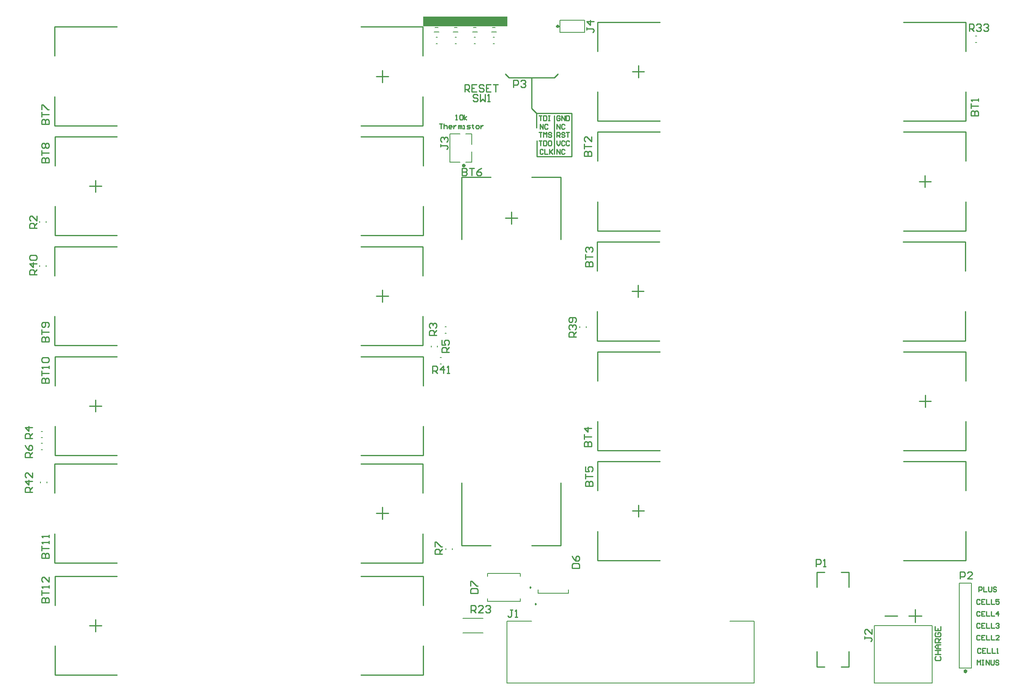
<source format=gto>
%FSTAX23Y23*%
%MOIN*%
%SFA1B1*%

%IPPOS*%
%ADD10C,0.015000*%
%ADD11C,0.009840*%
%ADD12C,0.015750*%
%ADD13C,0.010000*%
%ADD14C,0.007870*%
%ADD15C,0.005910*%
%ADD16R,0.691930X0.078740*%
%LNpcb1-1*%
%LPD*%
G54D10*
X03747Y04265D02*
X03742Y04272D01*
X03734Y0427*
Y04261*
X03742Y04258*
X03747Y04265*
G54D11*
X04296Y00787D02*
X04289Y00791D01*
Y00783*
X04296Y00787*
X04338Y0065D02*
X0433Y00654D01*
Y00646*
X04338Y0065*
X03021Y05D02*
X0312D01*
X0307Y0495D02*
Y05049D01*
X02893Y04592D02*
X03405D01*
X00372D02*
X00885D01*
X00372D02*
Y04832D01*
X03405Y04592D02*
Y04832D01*
X02893Y05407D02*
X03405D01*
X00372D02*
X00885D01*
X00372Y05167D02*
Y05407D01*
X03405Y05167D02*
Y05407D01*
X00659Y04094D02*
X00757D01*
X00708Y04045D02*
Y04143D01*
X00374Y04501D02*
X00885D01*
X02893D02*
X03407D01*
Y04261D02*
Y04501D01*
X00374Y04261D02*
Y04501D01*
Y03687D02*
X00885D01*
X02893D02*
X03407D01*
Y03927*
X00374Y03687D02*
Y03927D01*
X00659Y00472D02*
X00757D01*
X00708Y00423D02*
Y00521D01*
X00374Y00879D02*
X00885D01*
X02893D02*
X03407D01*
Y00639D02*
Y00879D01*
X00374Y00639D02*
Y00879D01*
Y00064D02*
X00885D01*
X02893D02*
X03407D01*
Y00305*
X00374Y00064D02*
Y00305D01*
X05131Y05039D02*
X05229D01*
X0518Y0499D02*
Y05088D01*
X04845Y05446D02*
X05357D01*
X07365D02*
X07879D01*
Y05206D02*
Y05446D01*
X04845Y05206D02*
Y05446D01*
Y04631D02*
X05357D01*
X07365D02*
X07879D01*
Y04872*
X04845Y04631D02*
Y04872D01*
X04133Y03783D02*
Y03881D01*
X04084Y03832D02*
X04183D01*
X04541Y03655D02*
Y04167D01*
Y01133D02*
Y01647D01*
X04301Y01133D02*
X04541D01*
X04301Y04167D02*
X04541D01*
X03726Y03655D02*
Y04167D01*
Y01133D02*
Y01647D01*
Y01133D02*
X03966D01*
X03726Y04167D02*
X03966D01*
X07877Y0249D02*
Y0273D01*
X04844Y0249D02*
Y0273D01*
X05358*
X07366D02*
X07877D01*
Y01915D02*
Y02155D01*
X04844Y01915D02*
Y02155D01*
Y01915D02*
X05358D01*
X07366D02*
X07877D01*
X07543Y02273D02*
Y02372D01*
X07494Y02322D02*
X07592D01*
X03405Y01565D02*
Y01805D01*
X00372Y01565D02*
Y01805D01*
X00885*
X02893D02*
X03405D01*
Y0099D02*
Y0123D01*
X00372Y0099D02*
Y0123D01*
Y0099D02*
X00885D01*
X02893D02*
X03405D01*
X0307Y01348D02*
Y01447D01*
X03021Y01397D02*
X0312D01*
X00659Y02283D02*
X00757D01*
X00708Y02234D02*
Y02332D01*
X00374Y0269D02*
X00885D01*
X02893D02*
X03407D01*
Y0245D02*
Y0269D01*
X00374Y0245D02*
Y0269D01*
Y01875D02*
X00885D01*
X02893D02*
X03407D01*
Y02116*
X00374Y01875D02*
Y02116D01*
X04845Y01009D02*
Y0125D01*
X07879Y01009D02*
Y0125D01*
X07365Y01009D02*
X07879D01*
X04845D02*
X05357D01*
X04845Y01584D02*
Y01824D01*
X07879Y01584D02*
Y01824D01*
X07365D02*
X07879D01*
X04845D02*
X05357D01*
X0518Y01368D02*
Y01466D01*
X05131Y01417D02*
X05229D01*
X05127Y03228D02*
X05226D01*
X05177Y03179D02*
Y03277D01*
X04842Y03635D02*
X05354D01*
X07362D02*
X07875D01*
Y03395D02*
Y03635D01*
X04842Y03395D02*
Y03635D01*
Y0282D02*
X05354D01*
X07362D02*
X07875D01*
Y03061*
X04842Y0282D02*
Y03061D01*
X07493Y04133D02*
X07591D01*
X07542Y04084D02*
Y04183D01*
X07365Y03726D02*
X07877D01*
X04843D02*
X05357D01*
X04843D02*
Y03966D01*
X07877Y03726D02*
Y03966D01*
X07365Y04541D02*
X07877D01*
X04843D02*
X05357D01*
X04843Y04301D02*
Y04541D01*
X07877Y04301D02*
Y04541D01*
X03021Y03188D02*
X0312D01*
X0307Y03139D02*
Y03238D01*
X02893Y02781D02*
X03405D01*
X00372D02*
X00885D01*
X00372D02*
Y03021D01*
X03405Y02781D02*
Y03021D01*
X02893Y03596D02*
X03405D01*
X00372D02*
X00885D01*
X00372Y03356D02*
Y03596D01*
X03405Y03356D02*
Y03596D01*
G54D12*
X0452Y05413D02*
X04514Y05419D01*
X04509Y05413*
X04514Y05407*
X0452Y05413*
X07881Y00097D02*
X07876Y00105D01*
X07867Y00102*
Y00093*
X07876Y0009*
X07881Y00097*
G54D13*
X04301Y04734D02*
X0434Y04694D01*
X04488Y0499D02*
X04517Y05019D01*
X04301Y04734D02*
Y0499D01*
X04488*
X04114D02*
X04301D01*
X04084Y05019D02*
X04114Y0499D01*
X04342Y04694D02*
X04631D01*
Y04339D02*
Y04694D01*
X04344Y04339D02*
X04631D01*
X04342Y04574D02*
Y04694D01*
X04344Y04339D02*
Y04469D01*
X04488Y04359D02*
Y04676D01*
X06651Y00787D02*
Y00912D01*
X06716*
X0685D02*
X06916D01*
Y00787D02*
Y00912D01*
Y00132D02*
Y00257D01*
X0685Y00132D02*
X06916D01*
X06651D02*
X06716D01*
X06651D02*
Y00257D01*
X0375Y04872D02*
Y04931D01*
X03779*
X03789Y04921*
Y04901*
X03779Y04891*
X0375*
X03769D02*
X03789Y04872D01*
X03848Y04931D02*
X03809D01*
Y04872*
X03848*
X03809Y04901D02*
X03828D01*
X03907Y04921D02*
X03897Y04931D01*
X03877*
X03868Y04921*
Y04911*
X03877Y04901*
X03897*
X03907Y04891*
Y04881*
X03897Y04872*
X03877*
X03868Y04881*
X03966Y04931D02*
X03927D01*
Y04872*
X03966*
X03927Y04901D02*
X03946D01*
X03986Y04931D02*
X04025D01*
X04005*
Y04872*
X07985Y00753D02*
Y00792D01*
X08005*
X08011Y00786*
Y00772*
X08005Y00766*
X07985*
X08024Y00792D02*
Y00753D01*
X08051*
X08064Y00792D02*
Y00759D01*
X0807Y00753*
X08083*
X0809Y00759*
Y00792*
X08129Y00786D02*
X08123Y00792D01*
X0811*
X08103Y00786*
Y00779*
X0811Y00772*
X08123*
X08129Y00766*
Y00759*
X08123Y00753*
X0811*
X08103Y00759*
X07513Y00552D02*
X07408D01*
X0746Y005D02*
Y00605D01*
X07995Y00583D02*
X07988Y0059D01*
X07975*
X07969Y00583*
Y00557*
X07975Y00551*
X07988*
X07995Y00557*
X08034Y0059D02*
X08008D01*
Y00551*
X08034*
X08008Y0057D02*
X08021D01*
X08047Y0059D02*
Y00551D01*
X08074*
X08087Y0059D02*
Y00551D01*
X08113*
X08146D02*
Y0059D01*
X08126Y0057*
X08152*
X07631Y00218D02*
X07623Y0021D01*
Y00193*
X07631Y00185*
X07664*
X07672Y00193*
Y0021*
X07664Y00218*
X07623Y00234D02*
X07672D01*
X07647*
Y00267*
X07623*
X07672*
Y00283D02*
X07639D01*
X07623Y003*
X07639Y00316*
X07672*
X07647*
Y00283*
X07672Y00333D02*
X07623D01*
Y00357*
X07631Y00365*
X07647*
X07655Y00357*
Y00333*
Y00349D02*
X07672Y00365D01*
X07631Y00415D02*
X07623Y00406D01*
Y0039*
X07631Y00382*
X07664*
X07672Y0039*
Y00406*
X07664Y00415*
X07647*
Y00398*
X07623Y00464D02*
Y00431D01*
X07672*
Y00464*
X07647Y00431D02*
Y00447D01*
X07316Y00551D02*
X07211D01*
X03674Y04641D02*
X03687D01*
X03681*
Y04681*
X03674Y04674*
X03707D02*
X03713Y04681D01*
X03727*
X03733Y04674*
Y04648*
X03727Y04641*
X03713*
X03707Y04648*
Y04674*
X03746Y04641D02*
Y04681D01*
Y04655D02*
X03766Y04668D01*
X03746Y04655D02*
X03766Y04641D01*
X0354Y0461D02*
X03566D01*
X03553*
Y0457*
X03579Y0461D02*
Y0457D01*
Y0459*
X03586Y04596*
X03599*
X03605Y0459*
Y0457*
X03638D02*
X03625D01*
X03618Y04577*
Y0459*
X03625Y04596*
X03638*
X03645Y0459*
Y04583*
X03618*
X03658Y04596D02*
Y0457D01*
Y04583*
X03664Y0459*
X03671Y04596*
X03677*
X03697Y0457D02*
Y04596D01*
X03704*
X0371Y0459*
Y0457*
Y0459*
X03717Y04596*
X03723Y0459*
Y0457*
X03736D02*
X03749D01*
X03743*
Y04596*
X03736*
X03769Y0457D02*
X03789D01*
X03795Y04577*
X03789Y04583*
X03776*
X03769Y0459*
X03776Y04596*
X03795*
X03815Y04603D02*
Y04596D01*
X03809*
X03822*
X03815*
Y04577*
X03822Y0457*
X03848D02*
X03861D01*
X03868Y04577*
Y0459*
X03861Y04596*
X03848*
X03841Y0459*
Y04577*
X03848Y0457*
X03881Y04596D02*
Y0457D01*
Y04583*
X03887Y0459*
X03894Y04596*
X039*
X08001Y00278D02*
X07995Y00285D01*
X07982*
X07975Y00278*
Y00252*
X07982Y00246*
X07995*
X08001Y00252*
X08041Y00285D02*
X08015D01*
Y00246*
X08041*
X08015Y00265D02*
X08028D01*
X08054Y00285D02*
Y00246D01*
X0808*
X08093Y00285D02*
Y00246D01*
X0812*
X08133D02*
X08146D01*
X08139*
Y00285*
X08133Y00278*
X07972Y00147D02*
Y00187D01*
X07985Y00173*
X07998Y00187*
Y00147*
X08011Y00187D02*
X08024D01*
X08018*
Y00147*
X08011*
X08024*
X08044D02*
Y00187D01*
X0807Y00147*
Y00187*
X08083D02*
Y00154D01*
X0809Y00147*
X08103*
X0811Y00154*
Y00187*
X08149Y0018D02*
X08143Y00187D01*
X08129*
X08123Y0018*
Y00173*
X08129Y00167*
X08143*
X08149Y0016*
Y00154*
X08143Y00147*
X08129*
X08123Y00154*
X07995Y00682D02*
X07988Y00688D01*
X07975*
X07969Y00682*
Y00656*
X07975Y00649*
X07988*
X07995Y00656*
X08034Y00688D02*
X08008D01*
Y00649*
X08034*
X08008Y00669D02*
X08021D01*
X08047Y00688D02*
Y00649D01*
X08074*
X08087Y00688D02*
Y00649D01*
X08113*
X08152Y00688D02*
X08126D01*
Y00669*
X08139Y00675*
X08146*
X08152Y00669*
Y00656*
X08146Y00649*
X08133*
X08126Y00656*
X07995Y00387D02*
X07988Y00393D01*
X07975*
X07969Y00387*
Y0036*
X07975Y00354*
X07988*
X07995Y0036*
X08034Y00393D02*
X08008D01*
Y00354*
X08034*
X08008Y00374D02*
X08021D01*
X08047Y00393D02*
Y00354D01*
X08074*
X08087Y00393D02*
Y00354D01*
X08113*
X08152D02*
X08126D01*
X08152Y0038*
Y00387*
X08146Y00393*
X08133*
X08126Y00387*
X07995Y00485D02*
X07988Y00492D01*
X07975*
X07969Y00485*
Y00459*
X07975Y00452*
X07988*
X07995Y00459*
X08034Y00492D02*
X08008D01*
Y00452*
X08034*
X08008Y00472D02*
X08021D01*
X08047Y00492D02*
Y00452D01*
X08074*
X08087Y00492D02*
Y00452D01*
X08113*
X08126Y00485D02*
X08133Y00492D01*
X08146*
X08152Y00485*
Y00479*
X08146Y00472*
X08139*
X08146*
X08152Y00465*
Y00459*
X08146Y00452*
X08133*
X08126Y00459*
X04507Y0436D02*
Y04399D01*
X04534Y0436*
Y04399*
X04573Y04393D02*
X04566Y04399D01*
X04553*
X04547Y04393*
Y04366*
X04553Y0436*
X04566*
X04573Y04366*
X04507Y04468D02*
Y04442D01*
X0452Y04429*
X04534Y04442*
Y04468*
X04573Y04461D02*
X04566Y04468D01*
X04553*
X04547Y04461*
Y04435*
X04553Y04429*
X04566*
X04573Y04435*
X04612Y04461D02*
X04606Y04468D01*
X04593*
X04586Y04461*
Y04435*
X04593Y04429*
X04606*
X04612Y04435*
X04507Y04498D02*
Y04537D01*
X04527*
X04534Y0453*
Y04517*
X04527Y04511*
X04507*
X0452D02*
X04534Y04498D01*
X04573Y0453D02*
X04566Y04537D01*
X04553*
X04547Y0453*
Y04524*
X04553Y04517*
X04566*
X04573Y04511*
Y04504*
X04566Y04498*
X04553*
X04547Y04504*
X04586Y04537D02*
X04612D01*
X04599*
Y04498*
X04507Y04566D02*
Y04606D01*
X04534Y04566*
Y04606*
X04573Y04599D02*
X04566Y04606D01*
X04553*
X04547Y04599*
Y04573*
X04553Y04566*
X04566*
X04573Y04573*
X04534Y04668D02*
X04527Y04675D01*
X04514*
X04507Y04668*
Y04642*
X04514Y04635*
X04527*
X04534Y04642*
Y04655*
X0452*
X04547Y04635D02*
Y04675D01*
X04573Y04635*
Y04675*
X04586D02*
Y04635D01*
X04606*
X04612Y04642*
Y04668*
X04606Y04675*
X04586*
X0436D02*
X04386D01*
X04373*
Y04635*
X04399Y04675D02*
Y04635D01*
X04419*
X04425Y04642*
Y04668*
X04419Y04675*
X04399*
X04438D02*
X04452D01*
X04445*
Y04635*
X04438*
X04452*
X0437Y04566D02*
Y04606D01*
X04396Y04566*
Y04606*
X04435Y04599D02*
X04429Y04606D01*
X04416*
X04409Y04599*
Y04573*
X04416Y04566*
X04429*
X04435Y04573*
X0436Y04537D02*
X04386D01*
X04373*
Y04498*
X04399D02*
Y04537D01*
X04412Y04524*
X04425Y04537*
Y04498*
X04465Y0453D02*
X04458Y04537D01*
X04445*
X04438Y0453*
Y04524*
X04445Y04517*
X04458*
X04465Y04511*
Y04504*
X04458Y04498*
X04445*
X04438Y04504*
X0436Y04468D02*
X04386D01*
X04373*
Y04429*
X04399Y04468D02*
Y04429D01*
X04419*
X04425Y04435*
Y04461*
X04419Y04468*
X04399*
X04458D02*
X04445D01*
X04438Y04461*
Y04435*
X04445Y04429*
X04458*
X04465Y04435*
Y04461*
X04458Y04468*
X04396Y04393D02*
X04389Y04399D01*
X04376*
X0437Y04393*
Y04366*
X04376Y0436*
X04389*
X04396Y04366*
X04409Y04399D02*
Y0436D01*
X04435*
X04448Y04399D02*
Y0436D01*
Y04373*
X04475Y04399*
X04455Y04379*
X04475Y0436*
X00265Y04605D02*
X00325D01*
Y04635*
X00315Y04645*
X00305*
X00295Y04635*
Y04605*
Y04635*
X00285Y04645*
X00275*
X00265Y04635*
Y04605*
Y04665D02*
Y04705D01*
Y04685*
X00325*
X00265Y04725D02*
Y04765D01*
X00275*
X00315Y04725*
X00325*
X00265Y0429D02*
X00325D01*
Y0432*
X00315Y0433*
X00305*
X00295Y0432*
Y0429*
Y0432*
X00285Y0433*
X00275*
X00265Y0432*
Y0429*
Y0435D02*
Y0439D01*
Y0437*
X00325*
X00275Y0441D02*
X00265Y0442D01*
Y0444*
X00275Y0445*
X00285*
X00295Y0444*
X00305Y0445*
X00315*
X00325Y0444*
Y0442*
X00315Y0441*
X00305*
X00295Y0442*
X00285Y0441*
X00275*
X00295Y0442D02*
Y0444D01*
X03857Y04842D02*
X03847Y04852D01*
X03827*
X03817Y04842*
Y04832*
X03827Y04822*
X03847*
X03857Y04812*
Y04802*
X03847Y04792*
X03827*
X03817Y04802*
X03877Y04852D02*
Y04792D01*
X03897Y04812*
X03917Y04792*
Y04852*
X03937Y04792D02*
X03957D01*
X03947*
Y04852*
X03937Y04842*
X00226Y03364D02*
X00166D01*
Y03394*
X00176Y03404*
X00196*
X00206Y03394*
Y03364*
Y03384D02*
X00226Y03404D01*
Y03454D02*
X00166D01*
X00196Y03424*
Y03464*
X00176Y03484D02*
X00166Y03494D01*
Y03514*
X00176Y03524*
X00216*
X00226Y03514*
Y03494*
X00216Y03484*
X00176*
X07907Y05372D02*
Y05431D01*
X07936*
X07946Y05421*
Y05401*
X07936Y05391*
X07907*
X07926D02*
X07946Y05372D01*
X07966Y05421D02*
X07976Y05431D01*
X07996*
X08006Y05421*
Y05411*
X07996Y05401*
X07986*
X07996*
X08006Y05391*
Y05382*
X07996Y05372*
X07976*
X07966Y05382*
X08026Y05421D02*
X08036Y05431D01*
X08056*
X08066Y05421*
Y05411*
X08056Y05401*
X08046*
X08056*
X08066Y05391*
Y05382*
X08056Y05372*
X08036*
X08026Y05382*
X03801Y00578D02*
Y00638D01*
X03831*
X03841Y00628*
Y00608*
X03831Y00598*
X03801*
X03821D02*
X03841Y00578D01*
X03901D02*
X03861D01*
X03901Y00618*
Y00628*
X03891Y00638*
X03871*
X03861Y00628*
X03921D02*
X03931Y00638D01*
X03951*
X03961Y00628*
Y00618*
X03951Y00608*
X03941*
X03951*
X03961Y00598*
Y00588*
X03951Y00578*
X03931*
X03921Y00588*
X03563Y01062D02*
X03503D01*
Y01092*
X03513Y01102*
X03533*
X03543Y01092*
Y01062*
Y01082D02*
X03563Y01102D01*
X03503Y01122D02*
Y01162D01*
X03513*
X03553Y01122*
X03563*
X00187Y01859D02*
X00127D01*
Y01889*
X00137Y01899*
X00157*
X00167Y01889*
Y01859*
Y01879D02*
X00187Y01899D01*
X00127Y01959D02*
X00137Y01939D01*
X00157Y01919*
X00177*
X00187Y01929*
Y01949*
X00177Y01959*
X00167*
X00157Y01949*
Y01919*
X03622Y02725D02*
X03562D01*
Y02755*
X03572Y02765*
X03592*
X03602Y02755*
Y02725*
Y02745D02*
X03622Y02765D01*
X03562Y02825D02*
Y02785D01*
X03592*
X03582Y02805*
Y02815*
X03592Y02825*
X03612*
X03622Y02815*
Y02795*
X03612Y02785*
X00187Y02016D02*
X00127D01*
Y02046*
X00137Y02056*
X00157*
X00167Y02046*
Y02016*
Y02036D02*
X00187Y02056D01*
Y02106D02*
X00127D01*
X00157Y02076*
Y02116*
X03517Y02865D02*
X03457D01*
Y02895*
X03467Y02905*
X03487*
X03497Y02895*
Y02865*
Y02885D02*
X03517Y02905D01*
X03467Y02925D02*
X03457Y02935D01*
Y02955*
X03467Y02965*
X03477*
X03487Y02955*
Y02945*
Y02955*
X03497Y02965*
X03507*
X03517Y02955*
Y02935*
X03507Y02925*
X00226Y03749D02*
X00166D01*
Y03779*
X00176Y03789*
X00196*
X00206Y03779*
Y03749*
Y03769D02*
X00226Y03789D01*
Y03849D02*
Y03809D01*
X00186Y03849*
X00176*
X00166Y03839*
Y03819*
X00176Y03809*
X04152Y0491D02*
Y0497D01*
X04182*
X04192Y0496*
Y0494*
X04182Y0493*
X04152*
X04212Y0496D02*
X04222Y0497D01*
X04242*
X04252Y0496*
Y0495*
X04242Y0494*
X04232*
X04242*
X04252Y0493*
Y0492*
X04242Y0491*
X04222*
X04212Y0492*
X07831Y00857D02*
Y00916D01*
X0786*
X0787Y00906*
Y00886*
X0786Y00876*
X07831*
X0793Y00857D02*
X0789D01*
X0793Y00896*
Y00906*
X0792Y00916*
X079*
X0789Y00906*
X06645Y00958D02*
Y01018D01*
X06675*
X06685Y01008*
Y00988*
X06675Y00978*
X06645*
X06705Y00958D02*
X06725D01*
X06715*
Y01018*
X06705Y01008*
X04755Y05403D02*
Y05383D01*
Y05393*
X04805*
X04815Y05383*
Y05373*
X04805Y05363*
X04815Y05453D02*
X04755D01*
X04785Y05423*
Y05463*
X03552Y04438D02*
Y04418D01*
Y04428*
X03602*
X03612Y04418*
Y04408*
X03602Y04398*
X03562Y04458D02*
X03552Y04468D01*
Y04488*
X03562Y04498*
X03572*
X03582Y04488*
Y04478*
Y04488*
X03592Y04498*
X03602*
X03612Y04488*
Y04468*
X03602Y04458*
X03798Y00737D02*
X03858D01*
Y00767*
X03848Y00777*
X03808*
X03798Y00767*
Y00737*
Y00797D02*
Y00837D01*
X03808*
X03848Y00797*
X03858*
X04635Y00944D02*
X04695D01*
Y00974*
X04685Y00984*
X04645*
X04635Y00974*
Y00944*
Y01044D02*
X04645Y01024D01*
X04665Y01004*
X04685*
X04695Y01014*
Y01034*
X04685Y01044*
X04675*
X04665Y01034*
Y01004*
X00187Y01573D02*
X00127D01*
Y01603*
X00137Y01613*
X00157*
X00167Y01603*
Y01573*
Y01593D02*
X00187Y01613D01*
Y01663D02*
X00127D01*
X00157Y01633*
Y01673*
X00187Y01733D02*
Y01693D01*
X00147Y01733*
X00137*
X00127Y01723*
Y01703*
X00137Y01693*
X03483Y02553D02*
Y02613D01*
X03513*
X03523Y02603*
Y02583*
X03513Y02573*
X03483*
X03503D02*
X03523Y02553D01*
X03573D02*
Y02613D01*
X03543Y02583*
X03583*
X03603Y02553D02*
X03623D01*
X03613*
Y02613*
X03603Y02603*
X04667Y02853D02*
X04607D01*
Y02883*
X04617Y02893*
X04637*
X04647Y02883*
Y02853*
Y02873D02*
X04667Y02893D01*
X04617Y02913D02*
X04607Y02923D01*
Y02943*
X04617Y02953*
X04627*
X04637Y02943*
Y02933*
Y02943*
X04647Y02953*
X04657*
X04667Y02943*
Y02923*
X04657Y02913*
Y02973D02*
X04667Y02983D01*
Y03003*
X04657Y03013*
X04617*
X04607Y03003*
Y02983*
X04617Y02973*
X04627*
X04637Y02983*
Y03013*
X07046Y00383D02*
Y00363D01*
Y00373*
X07096*
X07106Y00363*
Y00353*
X07096Y00343*
X07106Y00443D02*
Y00403D01*
X07066Y00443*
X07056*
X07046Y00433*
Y00413*
X07056Y00403*
X04144Y00602D02*
X04124D01*
X04134*
Y00553*
X04124Y00543*
X04115*
X04105Y00553*
X04164Y00543D02*
X04184D01*
X04174*
Y00602*
X04164Y00592*
X00265Y00662D02*
X00325D01*
Y00692*
X00315Y00702*
X00305*
X00295Y00692*
Y00662*
Y00692*
X00285Y00702*
X00275*
X00265Y00692*
Y00662*
Y00722D02*
Y00762D01*
Y00742*
X00325*
Y00782D02*
Y00802D01*
Y00792*
X00265*
X00275Y00782*
X00325Y00872D02*
Y00832D01*
X00285Y00872*
X00275*
X00265Y00862*
Y00842*
X00275Y00832*
X00265Y01027D02*
X00325D01*
Y01057*
X00315Y01067*
X00305*
X00295Y01057*
Y01027*
Y01057*
X00285Y01067*
X00275*
X00265Y01057*
Y01027*
Y01087D02*
Y01127D01*
Y01107*
X00325*
Y01147D02*
Y01167D01*
Y01157*
X00265*
X00275Y01147*
X00325Y01197D02*
Y01217D01*
Y01207*
X00265*
X00275Y01197*
X00265Y02473D02*
X00325D01*
Y02503*
X00315Y02513*
X00305*
X00295Y02503*
Y02473*
Y02503*
X00285Y02513*
X00275*
X00265Y02503*
Y02473*
Y02533D02*
Y02573D01*
Y02553*
X00325*
Y02593D02*
Y02613D01*
Y02603*
X00265*
X00275Y02593*
Y02643D02*
X00265Y02653D01*
Y02673*
X00275Y02683*
X00315*
X00325Y02673*
Y02653*
X00315Y02643*
X00275*
X00265Y02813D02*
X00325D01*
Y02843*
X00315Y02853*
X00305*
X00295Y02843*
Y02813*
Y02843*
X00285Y02853*
X00275*
X00265Y02843*
Y02813*
Y02873D02*
Y02913D01*
Y02893*
X00325*
X00315Y02933D02*
X00325Y02943D01*
Y02963*
X00315Y02973*
X00275*
X00265Y02963*
Y02943*
X00275Y02933*
X00285*
X00295Y02943*
Y02973*
X03729Y04242D02*
Y04182D01*
X03759*
X03769Y04192*
Y04202*
X03759Y04212*
X03729*
X03759*
X03769Y04222*
Y04232*
X03759Y04242*
X03729*
X03789D02*
X03829D01*
X03809*
Y04182*
X03889Y04242D02*
X03869Y04232D01*
X03849Y04212*
Y04192*
X03859Y04182*
X03879*
X03889Y04192*
Y04202*
X03879Y04212*
X03849*
X04743Y01622D02*
X04803D01*
Y01652*
X04793Y01662*
X04783*
X04773Y01652*
Y01622*
Y01652*
X04763Y01662*
X04753*
X04743Y01652*
Y01622*
Y01682D02*
Y01722D01*
Y01702*
X04803*
X04743Y01782D02*
Y01742D01*
X04773*
X04763Y01762*
Y01772*
X04773Y01782*
X04793*
X04803Y01772*
Y01752*
X04793Y01742*
X04733Y01947D02*
X04793D01*
Y01977*
X04783Y01987*
X04773*
X04763Y01977*
Y01947*
Y01977*
X04753Y01987*
X04743*
X04733Y01977*
Y01947*
Y02007D02*
Y02047D01*
Y02027*
X04793*
Y02097D02*
X04733D01*
X04763Y02067*
Y02107*
X04743Y03433D02*
X04803D01*
Y03463*
X04793Y03473*
X04783*
X04773Y03463*
Y03433*
Y03463*
X04763Y03473*
X04753*
X04743Y03463*
Y03433*
Y03493D02*
Y03533D01*
Y03513*
X04803*
X04753Y03553D02*
X04743Y03563D01*
Y03583*
X04753Y03593*
X04763*
X04773Y03583*
Y03573*
Y03583*
X04783Y03593*
X04793*
X04803Y03583*
Y03563*
X04793Y03553*
X04735Y04342D02*
X04795D01*
Y04372*
X04785Y04382*
X04775*
X04765Y04372*
Y04342*
Y04372*
X04755Y04382*
X04745*
X04735Y04372*
Y04342*
Y04402D02*
Y04442D01*
Y04422*
X04795*
Y04502D02*
Y04462D01*
X04755Y04502*
X04745*
X04735Y04492*
Y04472*
X04745Y04462*
X07922Y04674D02*
X07982D01*
Y04704*
X07972Y04714*
X07962*
X07952Y04704*
Y04674*
Y04704*
X07942Y04714*
X07932*
X07922Y04704*
Y04674*
Y04734D02*
Y04774D01*
Y04754*
X07982*
Y04794D02*
Y04814D01*
Y04804*
X07922*
X07932Y04794*
G54D14*
X07124Y0D02*
Y00472D01*
Y0D02*
X07602D01*
Y00472*
X07124D02*
X07602D01*
X03629Y04525D02*
X0371D01*
X03809Y04438D02*
Y04525D01*
X03629Y04291D02*
X0371D01*
X03759D02*
X03809D01*
Y04379*
X03759Y04525D02*
X03809D01*
X03629Y04291D02*
Y04525D01*
X03828Y05321D02*
X03838D01*
X03828Y05269D02*
X03838D01*
X03671D02*
X03681D01*
X03671Y05321D02*
X03681D01*
X03513D02*
X03523D01*
X03513Y05269D02*
X03523D01*
X03986Y05321D02*
X03996D01*
X03986Y05269D02*
X03996D01*
X03589Y02882D02*
X03599D01*
X03589Y02934D02*
X03599D01*
X03526Y0277D02*
Y0278D01*
X03474Y0277D02*
Y0278D01*
X03548Y02629D02*
X03558D01*
X03548Y02681D02*
X03558D01*
X03648Y01097D02*
Y01107D01*
X03596Y01097D02*
Y01107D01*
X03939Y00878D02*
Y00902D01*
X04209Y00878D02*
Y00902D01*
X03939D02*
X04209D01*
Y00672D02*
Y00696D01*
X03939Y00672D02*
Y00696D01*
Y00672D02*
X04209D01*
X04353Y0074D02*
Y0077D01*
X04603Y0074D02*
Y0077D01*
X04353Y0074D02*
X04603D01*
X04698Y02928D02*
Y02938D01*
X0475Y02928D02*
Y02938D01*
X04536Y05463D02*
X04737D01*
Y05362D02*
Y05463D01*
X04536Y05362D02*
X04737D01*
X04536D02*
Y05463D01*
X00249Y03794D02*
Y03804D01*
X00301Y03794D02*
Y03804D01*
Y03432D02*
Y03442D01*
X00249Y03432D02*
Y03442D01*
X0026Y02021D02*
X0027D01*
X0026Y02073D02*
X0027D01*
X00256Y01648D02*
Y01658D01*
X00308Y01648D02*
Y01658D01*
X0026Y01974D02*
X0027D01*
X0026Y01922D02*
X0027D01*
X03736Y00411D02*
X03901D01*
X03736Y00533D02*
X03901D01*
X04099Y00508D02*
X043D01*
X05936D02*
X06136D01*
X04099Y0D02*
X06136D01*
Y00508*
X04099Y0D02*
Y00508D01*
X07824Y00822D02*
X07923D01*
X07824Y00123D02*
X07923D01*
Y00822*
X07824Y00123D02*
Y00822D01*
X07957Y05279D02*
X07967D01*
X07957Y05331D02*
X07967D01*
G54D15*
X03656Y05364D02*
X03695D01*
X03664Y05403D02*
X03687D01*
X03813Y05364D02*
X03853D01*
X03821Y05403D02*
X03845D01*
X03498Y05364D02*
X03538D01*
X03506Y05403D02*
X0353D01*
X03971Y05364D02*
X0401D01*
X03979Y05403D02*
X04002D01*
G54D16*
X03756Y05452D03*
M02*
</source>
